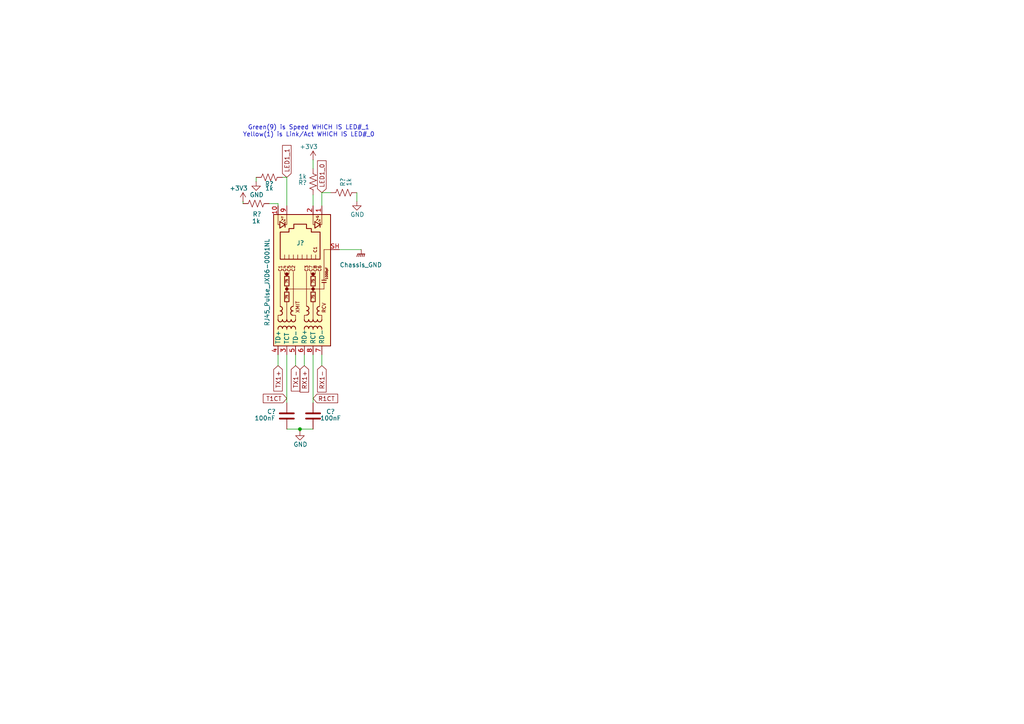
<source format=kicad_sch>
(kicad_sch (version 20250114) (generator "eeschema") (generator_version "9.0")
  (paper "A4")
  (title_block (date "2025-04-01") (rev "1") (company "Bronco Space") (comment 1 "SCALES") (comment 2 "By John Pollak"))
  (lib_symbols
    (symbol "Connector:RJ45_Pulse_JXD6-0001NL"
      (property "Reference" "J" (at 17.78 10.16 0))
      (property "Value" "RJ45_Pulse_JXD6-0001NL" (at -6.35 10.16 0))
      (symbol "RJ45_Pulse_JXD6-0001NL_0_0"
        (circle (center -1.27 5.08) (radius 0.0001) (stroke (width 0.508)))
        (polyline (pts (xy -1.27 5.08) (xy -1.27 -5.715)))
        (circle (center -1.27 -2.54) (radius 0.0001) (stroke (width 0.508)))
        (polyline (pts (xy 0.635 -5.08) (xy 0.635 -6.35)) (stroke (width 0.254)))
        (polyline (pts (xy 1.27 -5.08) (xy 1.27 -6.35)) (stroke (width 0.254)))
        (polyline (pts (xy 3.048 5.08) (xy 2.54 5.08)))
        (circle (center 3.048 5.08) (radius 0.0001) (stroke (width 0.508)))
        (polyline (pts (xy 3.048 -2.54) (xy 2.54 -2.54)))
        (circle (center 3.048 -2.54) (radius 0.0001) (stroke (width 0.508)))
        (polyline (pts (xy 3.683 5.715) (xy 3.048 5.715) (xy 3.048 4.445) (xy 3.683 4.445)))
        (polyline (pts (xy 3.683 -1.905) (xy 3.048 -1.905) (xy 3.048 -3.175) (xy 3.683 -3.175)))
        (polyline (pts (xy 17.399 7.112) (xy 17.399 7.62) (xy 20.32 7.62)))
        (polyline (pts (xy 17.399 -3.048) (xy 17.399 -2.54) (xy 20.32 -2.54)))
        (polyline (pts (xy 20.32 5.08) (xy 17.399 5.08) (xy 17.399 5.588)))
        (polyline (pts (xy 20.32 -5.08) (xy 17.399 -5.08) (xy 17.399 -4.572)))
        (text "XMIT" (at -8.255 1.905 0) (effects (font (size 1.016 1.016)) (justify left)))
        (text "RCV" (at -8.255 -5.715 0) (effects (font (size 1.016 1.016)) (justify left)))
        (text "C1" (at 4.699 6.985 0) (effects (font (size 0.889 0.889))))
        (text "C4" (at 4.699 5.715 0) (effects (font (size 0.889 0.889))))
        (text "C5" (at 4.699 4.445 0) (effects (font (size 0.889 0.889))))
        (text "C2" (at 4.699 3.175 0) (effects (font (size 0.889 0.889))))
        (text "C3" (at 4.699 -0.635 0) (effects (font (size 0.889 0.889))))
        (text "C7" (at 4.699 -1.905 0) (effects (font (size 0.889 0.889))))
        (text "C8" (at 4.699 -3.175 0) (effects (font (size 0.889 0.889))))
        (text "C6" (at 4.699 -4.445 0) (effects (font (size 0.889 0.889))))
        (text "C1" (at 10.16 -3.175 0) (effects (font (size 0.889 0.889))))
      )
      (symbol "RJ45_Pulse_JXD6-0001NL_0_1"
        (rectangle (start -17.78 8.89) (end 20.32 -7.62) (stroke (width 0.254)) (fill (type background)))
        (polyline (pts (xy -12.7 7.62) (xy -13.081 7.62)))
        (polyline (pts (xy -12.7 5.08) (xy -13.081 5.08)))
        (polyline (pts (xy -12.7 2.54) (xy -13.081 2.54)))
        (polyline (pts (xy -12.7 0) (xy -13.081 0)))
        (polyline (pts (xy -12.7 -2.54) (xy -13.081 -2.54)))
        (polyline (pts (xy -12.7 -5.08) (xy -13.081 -5.08)))
        (polyline (pts (xy -10.16 7.62) (xy -8.89 7.62) (xy -8.89 6.985)))
        (polyline (pts (xy -10.16 0) (xy -8.89 0) (xy -8.89 -0.635)))
        (polyline (pts (xy -8.89 3.175) (xy -8.89 2.54) (xy -10.16 2.54)))
        (polyline (pts (xy -8.89 -4.445) (xy -8.89 -5.08) (xy -10.16 -5.08)))
        (polyline (pts (xy -6.35 6.985) (xy 3.683 6.985)))
        (polyline (pts (xy -6.35 3.175) (xy 3.683 3.175)))
        (polyline (pts (xy -6.35 -4.445) (xy 3.683 -4.445)))
        (polyline (pts (xy -6.223 -0.635) (xy 3.683 -0.635)))
        (polyline (pts (xy -5.08 -2.54) (xy -10.16 -2.54)))
        (polyline (pts (xy -4.953 5.08) (xy -10.16 5.08)))
        (polyline (pts (xy -2.159 5.08) (xy -0.381 5.08)))
        (polyline (pts (xy -2.159 -2.54) (xy -0.381 -2.54)))
        (polyline (pts (xy 0.635 -5.715) (xy -1.27 -5.715)))
        (polyline (pts (xy 7.366 3.175) (xy 8.636 3.175)))
        (polyline (pts (xy 7.366 1.905) (xy 8.636 1.905)))
        (polyline (pts (xy 7.366 0.635) (xy 8.636 0.635)))
        (polyline (pts (xy 7.366 -0.762) (xy 8.636 -0.762)))
        (polyline (pts (xy 7.366 -2.032) (xy 8.636 -2.032)))
        (polyline (pts (xy 8.636 5.715) (xy 7.366 5.715)))
        (polyline (pts (xy 8.636 4.445) (xy 7.366 4.445)))
        (polyline (pts (xy 8.636 -3.302) (xy 7.366 -3.302)))
        (polyline (pts (xy 10.16 -5.715) (xy 1.27 -5.715)))
        (polyline (pts (xy 10.16 -5.715) (xy 10.16 -7.62)))
      )
      (symbol "RJ45_Pulse_JXD6-0001NL_1_0"
        (text "1000pF" (at 3.302 -6.477 0) (effects (font (size 0.635 0.635))))
      )
      (symbol "RJ45_Pulse_JXD6-0001NL_1_1"
        (arc (start -12.7 0) (mid -12.0677 -0.635) (end -12.7 -1.27) (stroke (width 0.254)))
        (arc (start -12.6973 7.62) (mid -12.065 6.985) (end -12.6973 6.35) (stroke (width 0.254)))
        (arc (start -12.6973 -1.27) (mid -12.065 -1.905) (end -12.6973 -2.54) (stroke (width 0.254)))
        (arc (start -12.6973 -2.54) (mid -12.065 -3.175) (end -12.6973 -3.81) (stroke (width 0.254)))
        (arc (start -12.6973 -3.81) (mid -12.065 -4.445) (end -12.6973 -5.08) (stroke (width 0.254)))
        (arc (start -12.6946 6.35) (mid -12.0623 5.715) (end -12.6946 5.08) (stroke (width 0.254)))
        (arc (start -12.6946 5.08) (mid -12.0623 4.445) (end -12.6946 3.81) (stroke (width 0.254)))
        (arc (start -12.6946 3.81) (mid -12.0623 3.175) (end -12.6946 2.54) (stroke (width 0.254)))
        (arc (start -10.1654 6.35) (mid -10.7977 6.985) (end -10.1654 7.62) (stroke (width 0.254)))
        (arc (start -10.1654 5.08) (mid -10.7977 5.715) (end -10.1654 6.35) (stroke (width 0.254)))
        (arc (start -10.1654 3.81) (mid -10.7977 4.445) (end -10.1654 5.08) (stroke (width 0.254)))
        (arc (start -10.1654 -1.27) (mid -10.7977 -0.635) (end -10.1654 0) (stroke (width 0.254)))
        (arc (start -10.1654 -2.54) (mid -10.7977 -1.905) (end -10.1654 -1.27) (stroke (width 0.254)))
        (arc (start -10.1654 -3.81) (mid -10.7977 -3.175) (end -10.1654 -2.54) (stroke (width 0.254)))
        (arc (start -10.1627 2.54) (mid -10.795 3.175) (end -10.1627 3.81) (stroke (width 0.254)))
        (arc (start -10.1627 -5.08) (mid -10.795 -4.445) (end -10.1627 -3.81) (stroke (width 0.254)))
        (arc (start -7.62 6.9823) (mid -8.255 6.35) (end -8.89 6.9823) (stroke (width 0.254)))
        (arc (start -8.89 3.3047) (mid -8.255 3.937) (end -7.62 3.3047) (stroke (width 0.254)))
        (arc (start -8.89 -4.3153) (mid -8.255 -3.683) (end -7.62 -4.3153) (stroke (width 0.254)))
        (arc (start -7.5565 -0.7012) (mid -8.1915 -1.3335) (end -8.8265 -0.7012) (stroke (width 0.254)))
        (arc (start -6.35 6.985) (mid -6.985 6.3527) (end -7.62 6.985) (stroke (width 0.254)))
        (arc (start -7.62 3.3074) (mid -6.985 3.9397) (end -6.35 3.3074) (stroke (width 0.254)))
        (arc (start -7.62 -4.3126) (mid -6.985 -3.6803) (end -6.35 -4.3126) (stroke (width 0.254)))
        (arc (start -6.2865 -0.6985) (mid -6.9215 -1.3308) (end -7.5565 -0.6985) (stroke (width 0.254)))
        (rectangle (start -4.953 5.715) (end -2.159 4.445) (stroke (width 0.254)))
        (rectangle (start -4.953 -1.905) (end -2.159 -3.175) (stroke (width 0.254)))
        (rectangle (start -0.381 5.715) (end 2.413 4.445) (stroke (width 0.254)))
        (rectangle (start -0.381 -1.905) (end 2.413 -3.175) (stroke (width 0.254)))
        (polyline (pts (xy 7.366 -4.572) (xy 7.366 6.985) (xy 15.24 6.985) (xy 15.24 4.445) (xy 16.256 4.445) (xy 16.256 3.048) (xy 17.526 3.048) (xy 17.526 -0.635) (xy 16.256 -0.635) (xy 16.256 -2.032) (xy 15.24 -2.032) (xy 15.24 -4.572) (xy 7.366 -4.572)) (stroke (width 0.254)))
        (polyline (pts (xy 18.161 5.588) (xy 16.637 5.588)) (stroke (width 0.254)))
        (polyline (pts (xy 18.161 -4.572) (xy 16.637 -4.572)) (stroke (width 0.254)))
        (polyline (pts (xy 18.288 7.112) (xy 16.383 7.112) (xy 17.399 5.588) (xy 18.288 7.112)) (stroke (width 0.254)))
        (polyline (pts (xy 18.288 6.096) (xy 18.796 5.588) (xy 18.542 5.588)))
        (polyline (pts (xy 18.288 -3.048) (xy 16.383 -3.048) (xy 17.399 -4.572) (xy 18.288 -3.048)) (stroke (width 0.254)))
        (polyline (pts (xy 18.288 -4.064) (xy 18.796 -4.572) (xy 18.542 -4.572)))
        (polyline (pts (xy 18.542 6.731) (xy 19.05 6.223) (xy 18.796 6.223)))
        (polyline (pts (xy 18.542 -3.429) (xy 19.05 -3.937) (xy 18.796 -3.937)))
        (polyline (pts (xy 18.796 5.588) (xy 18.796 5.842)))
        (polyline (pts (xy 18.796 -4.572) (xy 18.796 -4.318)))
        (polyline (pts (xy 19.05 6.223) (xy 19.05 6.477)))
        (polyline (pts (xy 19.05 -3.937) (xy 19.05 -3.683)))
        (text "75" (at -3.556 5.08 0) (effects (font (size 0.635 0.635))))
        (text "75" (at -3.556 -2.54 0) (effects (font (size 0.635 0.635))))
        (text "75" (at 1.016 5.08 0) (effects (font (size 0.635 0.635))))
        (text "75" (at 1.016 -2.54 0) (effects (font (size 0.635 0.635))))
        (text "Y" (at 19.558 6.35 0) (effects (font (size 0.635 0.635))))
        (text "G" (at 19.685 -3.81 0) (effects (font (size 0.635 0.635))))
        (pin passive line (at -20.32 7.62 0) (length 2.54) (name "TD+") (number "4"))
        (pin passive line (at -20.32 5.08 0) (length 2.54) (name "TCT") (number "3"))
        (pin passive line (at -20.32 2.54 0) (length 2.54) (name "TD-") (number "5"))
        (pin passive line (at -20.32 0 0) (length 2.54) (name "RD+") (number "6"))
        (pin passive line (at -20.32 -2.54 0) (length 2.54) (name "RCT") (number "8"))
        (pin passive line (at -20.32 -5.08 0) (length 2.54) (name "RD-") (number "7"))
        (pin power_in line (at 10.16 -10.16 90) (length 2.54) (name "") (number "SH"))
        (pin passive line (at 22.86 7.62 180) (length 2.54) (name "") (number "10"))
        (pin passive line (at 22.86 5.08 180) (length 2.54) (name "") (number "9"))
        (pin passive line (at 22.86 -2.54 180) (length 2.54) (name "") (number "2"))
        (pin passive line (at 22.86 -5.08 180) (length 2.54) (name "") (number "1"))
      )
    )
    (symbol "Device:C" (pin_numbers (hide yes)) (pin_names (offset 0.254))
      (property "Reference" "C" (at 0.635 2.54 0))
      (property "Value" "C" (at 0.635 -2.54 0))
      (symbol "C_0_1"
        (polyline (pts (xy -2.032 0.762) (xy 2.032 0.762)) (stroke (width 0.508)))
        (polyline (pts (xy -2.032 -0.762) (xy 2.032 -0.762)) (stroke (width 0.508)))
      )
      (symbol "C_1_1"
        (pin passive line (at 0 3.81 270) (length 2.794) (name "~") (number "1"))
        (pin passive line (at 0 -3.81 90) (length 2.794) (name "~") (number "2"))
      )
    )
    (symbol "Device:R_US" (pin_numbers (hide yes)) (pin_names (offset 0))
      (property "Reference" "R" (at 2.54 0 90))
      (property "Value" "R_US" (at -2.54 0 90))
      (symbol "R_US_0_1"
        (polyline (pts (xy 0 2.286) (xy 0 2.54)))
        (polyline (pts (xy 0 2.286) (xy 1.016 1.905) (xy 0 1.524) (xy -1.016 1.143) (xy 0 0.762)))
        (polyline (pts (xy 0 0.762) (xy 1.016 0.381) (xy 0 0) (xy -1.016 -0.381) (xy 0 -0.762)))
        (polyline (pts (xy 0 -0.762) (xy 1.016 -1.143) (xy 0 -1.524) (xy -1.016 -1.905) (xy 0 -2.286)))
        (polyline (pts (xy 0 -2.286) (xy 0 -2.54)))
      )
      (symbol "R_US_1_1"
        (pin passive line (at 0 3.81 270) (length 1.27) (name "~") (number "1"))
        (pin passive line (at 0 -3.81 90) (length 1.27) (name "~") (number "2"))
      )
    )
    (symbol "power:+3V3" (power) (pin_numbers (hide yes)) (pin_names (offset 0) (hide yes))
      (property "Value" "+3V3" (at 0 3.556 0))
      (symbol "+3V3_0_1"
        (polyline (pts (xy -0.762 1.27) (xy 0 2.54)))
        (polyline (pts (xy 0 2.54) (xy 0.762 1.27)))
        (polyline (pts (xy 0 0) (xy 0 2.54)))
      )
      (symbol "+3V3_1_1"
        (pin power_in line (at 0 0 90) (length 0) (name "~") (number "1"))
      )
    )
    (symbol "power:GND" (power) (pin_numbers (hide yes)) (pin_names (offset 0) (hide yes))
      (property "Value" "GND" (at 0 -3.81 0))
      (symbol "GND_0_1"
        (polyline (pts (xy 0 0) (xy 0 -1.27) (xy 1.27 -1.27) (xy 0 -2.54) (xy -1.27 -1.27) (xy 0 -1.27)))
      )
      (symbol "GND_1_1"
        (pin power_in line (at 0 0 270) (length 0) (name "~") (number "1"))
      )
    )
    (symbol "power:GNDPWR" (power) (pin_numbers (hide yes)) (pin_names (offset 0) (hide yes))
      (property "Value" "GNDPWR" (at 0 -3.302 0))
      (symbol "GNDPWR_0_1"
        (polyline (pts (xy -1.016 -1.27) (xy -1.27 -2.032) (xy -1.27 -2.032)) (stroke (width 0.2032)))
        (polyline (pts (xy -0.508 -1.27) (xy -0.762 -2.032) (xy -0.762 -2.032)) (stroke (width 0.2032)))
        (polyline (pts (xy 0 -1.27) (xy 0 0)))
        (polyline (pts (xy 0 -1.27) (xy -0.254 -2.032) (xy -0.254 -2.032)) (stroke (width 0.2032)))
        (polyline (pts (xy 0.508 -1.27) (xy 0.254 -2.032) (xy 0.254 -2.032)) (stroke (width 0.2032)))
        (polyline (pts (xy 1.016 -1.27) (xy -1.016 -1.27) (xy -1.016 -1.27)) (stroke (width 0.2032)))
        (polyline (pts (xy 1.016 -1.27) (xy 0.762 -2.032) (xy 0.762 -2.032) (xy 0.762 -2.032)) (stroke (width 0.2032)))
      )
      (symbol "GNDPWR_1_1"
        (pin power_in line (at 0 0 270) (length 0) (name "~") (number "1"))
      )
    )
  )
  (text "Green(9) is Speed WHICH IS LED#_1\nYellow(1) is Link/Act WHICH IS LED#_0\n" (at 89.535 38.1 0) (effects (font (size 1.27 1.27))))
  (junction (at 86.995 124.46))
  (wire (pts (xy 83.185 124.46) (xy 86.995 124.46)))
  (wire (pts (xy 80.645 106.045) (xy 80.645 102.87)))
  (wire (pts (xy 83.185 102.87) (xy 83.185 116.84)))
  (wire (pts (xy 80.645 59.055) (xy 80.645 59.69)))
  (wire (pts (xy 78.105 59.055) (xy 80.645 59.055)))
  (wire (pts (xy 88.265 106.045) (xy 88.265 102.87)))
  (wire (pts (xy 93.345 59.69) (xy 93.345 55.88)))
  (wire (pts (xy 90.805 102.87) (xy 90.805 116.84)))
  (wire (pts (xy 93.345 55.88) (xy 95.885 55.88)))
  (wire (pts (xy 93.345 106.045) (xy 93.345 102.87)))
  (wire (pts (xy 86.995 124.46) (xy 90.805 124.46)))
  (wire (pts (xy 70.485 58.42) (xy 70.485 59.055)))
  (wire (pts (xy 85.725 106.045) (xy 85.725 102.87)))
  (wire (pts (xy 83.185 51.435) (xy 83.185 59.69)))
  (wire (pts (xy 81.915 51.435) (xy 83.185 51.435)))
  (wire (pts (xy 103.505 55.88) (xy 103.505 58.42)))
  (wire (pts (xy 90.805 46.355) (xy 90.805 48.895)))
  (wire (pts (xy 86.995 124.46) (xy 86.995 125.095)))
  (wire (pts (xy 90.805 56.515) (xy 90.805 59.69)))
  (wire (pts (xy 74.295 51.435) (xy 74.295 52.705)))
  (wire (pts (xy 98.425 72.39) (xy 104.775 72.39)))
  (global_label "LED1_0" (shape input) (at 93.345 55.88 90) (property "Intersheetrefs" "${INTERSHEET_REFS}" (effects (hide yes))))
  (global_label "TX1-" (shape input) (at 85.725 106.045 270) (property "Intersheetrefs" "${INTERSHEET_REFS}" (effects (hide yes))) (property "Netclass" "DP_100R_TOP" (effects (hide yes))))
  (global_label "R1CT" (shape input) (at 90.805 115.57 0) (property "Intersheetrefs" "${INTERSHEET_REFS}" (effects (hide yes))))
  (global_label "RX1-" (shape input) (at 93.345 106.045 270) (property "Intersheetrefs" "${INTERSHEET_REFS}" (effects (hide yes))) (property "Netclass" "DP_100R_TOP" (effects (hide yes))))
  (global_label "TX1+" (shape input) (at 80.645 106.045 270) (property "Intersheetrefs" "${INTERSHEET_REFS}" (effects (hide yes))) (property "Netclass" "DP_100R_TOP" (effects (hide yes))))
  (global_label "LED1_1" (shape input) (at 83.185 51.435 90) (property "Intersheetrefs" "${INTERSHEET_REFS}" (effects (hide yes))))
  (global_label "T1CT" (shape input) (at 83.185 115.57 180) (property "Intersheetrefs" "${INTERSHEET_REFS}" (effects (hide yes))))
  (global_label "RX1+" (shape input) (at 88.265 106.045 270) (property "Intersheetrefs" "${INTERSHEET_REFS}" (effects (hide yes))) (property "Netclass" "DP_100R_TOP" (effects (hide yes))))
  (symbol (lib_id "Device:R_US") (at 74.295 59.055 270) (unit 1)
    (property "Reference" "R?" (at 74.549 62.103 90))
    (property "Value" "1k" (at 74.295 64.135 90))
    (property "Footprint" "Resistor_SMD:R_0603_1608Metric" (effects (hide yes)))
    (property "Description" "Resistor, US symbol" (effects (hide yes)))
  )
  (symbol (lib_id "power:GND") (at 86.995 125.095 0) (unit 1)
    (property "Reference" "#PWR?" (effects (hide yes)))
    (property "Value" "GND" (at 85.09 128.905 0) (effects (justify left)))
    (property "Description" "Power symbol creates a global label with name \"GND\" , ground" (effects (hide yes)))
  )
  (symbol (lib_id "Device:C") (at 90.805 120.65 0) (unit 1)
    (property "Reference" "C?" (at 95.885 119.38 0))
    (property "Value" "100nF" (at 95.885 121.285 0))
    (property "Footprint" "Capacitor_SMD:C_0402_1005Metric" (effects (hide yes)))
    (property "Description" "Unpolarized capacitor" (effects (hide yes)))
  )
  (symbol (lib_id "power:+3V3") (at 70.485 58.42 0) (unit 1)
    (property "Reference" "#PWR?" (effects (hide yes)))
    (property "Value" "+3V3" (at 69.215 54.61 0))
    (property "Description" "Power symbol creates a global label with name \"+3V3\"" (effects (hide yes)))
  )
  (symbol (lib_id "Device:C") (at 83.185 120.65 0) (unit 1)
    (property "Reference" "C?" (at 78.74 119.38 0))
    (property "Value" "100nF" (at 76.835 121.285 0))
    (property "Footprint" "Capacitor_SMD:C_0402_1005Metric" (effects (hide yes)))
    (property "Description" "Unpolarized capacitor" (effects (hide yes)))
  )
  (symbol (lib_id "power:GND") (at 103.505 58.42 0) (unit 1)
    (property "Reference" "#PWR?" (effects (hide yes)))
    (property "Value" "GND" (at 101.6 62.23 0) (effects (justify left)))
    (property "Description" "Power symbol creates a global label with name \"GND\" , ground" (effects (hide yes)))
  )
  (symbol (lib_id "power:GND") (at 74.295 52.705 0) (unit 1)
    (property "Reference" "#PWR?" (effects (hide yes)))
    (property "Value" "GND" (at 72.39 56.515 0) (effects (justify left)))
    (property "Description" "Power symbol creates a global label with name \"GND\" , ground" (effects (hide yes)))
  )
  (symbol (lib_id "Device:R_US") (at 90.805 52.705 180) (unit 1)
    (property "Reference" "R?" (at 87.757 52.959 0))
    (property "Value" "1k" (at 87.757 51.181 0))
    (property "Footprint" "Resistor_SMD:R_0603_1608Metric" (effects (hide yes)))
    (property "Description" "Resistor, US symbol" (effects (hide yes)))
  )
  (symbol (lib_id "power:+3V3") (at 90.805 46.355 0) (unit 1)
    (property "Reference" "#PWR?" (effects (hide yes)))
    (property "Value" "+3V3" (at 89.535 42.545 0))
    (property "Description" "Power symbol creates a global label with name \"+3V3\"" (effects (hide yes)))
  )
  (symbol (lib_id "power:GNDPWR") (at 104.775 72.39 0) (unit 1)
    (property "Reference" "#PWR?" (effects (hide yes)))
    (property "Value" "Chassis_GND" (at 104.648 76.835 0))
    (property "Description" "Power symbol creates a global label with name \"GNDPWR\" , global ground" (effects (hide yes)))
  )
  (symbol (lib_id "Device:R_US") (at 78.105 51.435 270) (unit 1)
    (property "Reference" "R?" (at 78.105 53.34 90))
    (property "Value" "1k" (at 78.105 54.61 90))
    (property "Footprint" "Resistor_SMD:R_0603_1608Metric" (effects (hide yes)))
    (property "Description" "Resistor, US symbol" (effects (hide yes)))
  )
  (symbol (lib_id "Device:R_US") (at 99.695 55.88 90) (unit 1)
    (property "Reference" "R?" (at 99.441 52.832 0))
    (property "Value" "1k" (at 101.219 52.832 0))
    (property "Footprint" "Resistor_SMD:R_0603_1608Metric" (effects (hide yes)))
    (property "Description" "Resistor, US symbol" (effects (hide yes)))
  )
  (symbol (lib_id "Connector:RJ45_Pulse_JXD6-0001NL") (at 88.265 82.55 90) (unit 1)
    (property "Reference" "J?" (at 88.265 70.485 90) (effects (justify left)))
    (property "Value" "RJ45_Pulse_JXD6-0001NL" (at 77.47 94.615 0) (effects (justify left)))
    (property "Footprint" "Connector_RJ:RJ45_Pulse_JXD6-0001NL_Horizontal" (effects (hide yes)))
    (property "Datasheet" "https://productfinder.pulseeng.com/doc_type/WEB301/doc_num/JXD6-0001NL/doc_part/JXD6-0001NL.pdf" (effects (hide yes)))
    (property "Description" "LAN Transformer Jack, RJ45, 10/100 BaseT" (effects (hide yes)))
    (property "LCSC link" "https://lcsc.com/product-detail/Ethernet-Connectors-Modular-Connectors-RJ45-RJ11_Pulse-Elec-JXD6-0001NL_C5359047.html?s_z=n_C5359047" (effects (hide yes)))
  )
)
</source>
